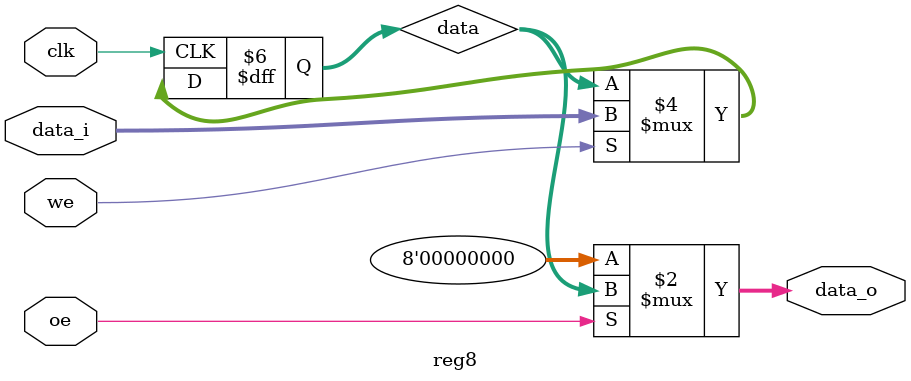
<source format=v>
module reg8 (
    input [7:0] data_i,
    input we,
    input oe,
    input clk,
    output [7:0] data_o
);
  reg [7:0] data;

  always @(posedge clk) begin
    if (we) begin
      data = data_i;
    end
  end

  assign data_o = oe ? data : 8'b0;
endmodule

</source>
